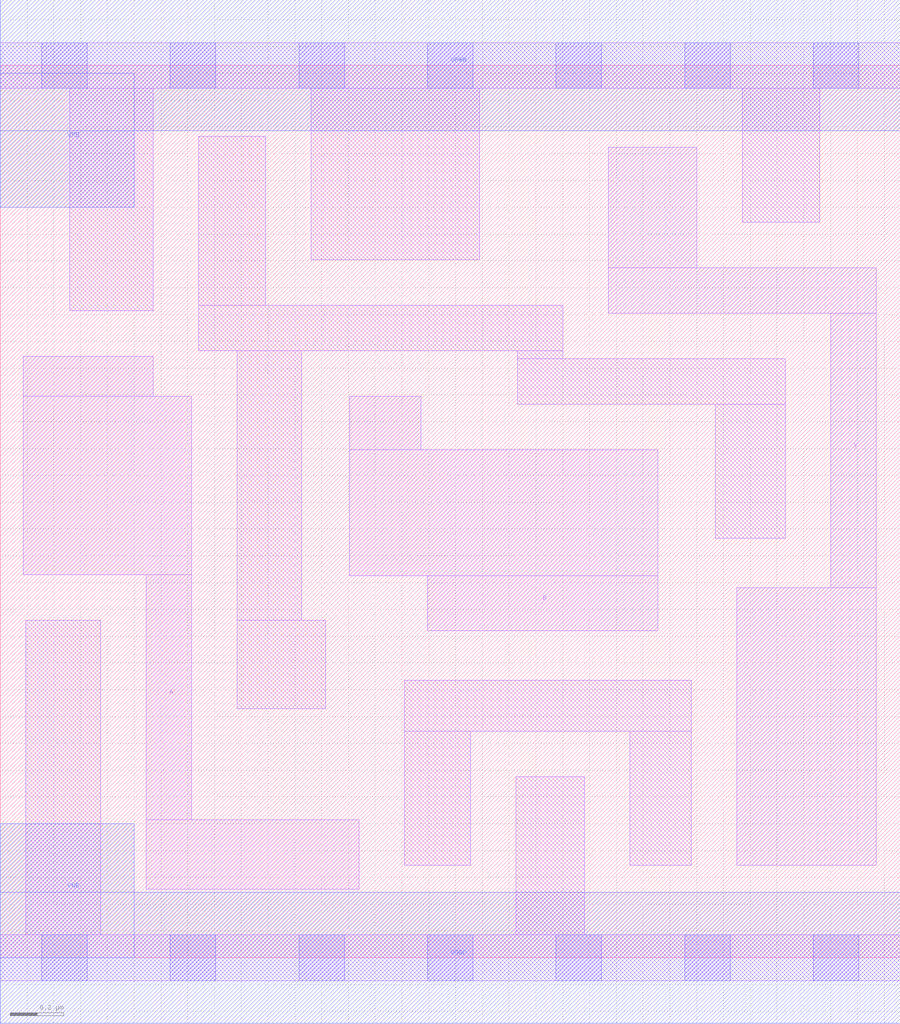
<source format=lef>
# Copyright 2020 The SkyWater PDK Authors
#
# Licensed under the Apache License, Version 2.0 (the "License");
# you may not use this file except in compliance with the License.
# You may obtain a copy of the License at
#
#     https://www.apache.org/licenses/LICENSE-2.0
#
# Unless required by applicable law or agreed to in writing, software
# distributed under the License is distributed on an "AS IS" BASIS,
# WITHOUT WARRANTIES OR CONDITIONS OF ANY KIND, either express or implied.
# See the License for the specific language governing permissions and
# limitations under the License.
#
# SPDX-License-Identifier: Apache-2.0

VERSION 5.5 ;
NAMESCASESENSITIVE ON ;
BUSBITCHARS "[]" ;
DIVIDERCHAR "/" ;
MACRO sky130_fd_sc_lp__xnor2_0
  CLASS CORE ;
  SOURCE USER ;
  ORIGIN  0.000000  0.000000 ;
  SIZE  3.360000 BY  3.330000 ;
  SYMMETRY X Y R90 ;
  SITE unit ;
  PIN A
    ANTENNAGATEAREA  0.318000 ;
    DIRECTION INPUT ;
    USE SIGNAL ;
    PORT
      LAYER li1 ;
        RECT 0.085000 1.430000 0.715000 2.095000 ;
        RECT 0.085000 2.095000 0.570000 2.245000 ;
        RECT 0.545000 0.255000 1.340000 0.515000 ;
        RECT 0.545000 0.515000 0.715000 1.430000 ;
    END
  END A
  PIN B
    ANTENNAGATEAREA  0.318000 ;
    DIRECTION INPUT ;
    USE SIGNAL ;
    PORT
      LAYER li1 ;
        RECT 1.305000 1.425000 2.455000 1.895000 ;
        RECT 1.305000 1.895000 1.570000 2.095000 ;
        RECT 1.595000 1.220000 2.455000 1.425000 ;
    END
  END B
  PIN Y
    ANTENNADIFFAREA  0.303300 ;
    DIRECTION OUTPUT ;
    USE SIGNAL ;
    PORT
      LAYER li1 ;
        RECT 2.270000 2.405000 3.270000 2.575000 ;
        RECT 2.270000 2.575000 2.600000 3.025000 ;
        RECT 2.750000 0.345000 3.270000 1.380000 ;
        RECT 3.100000 1.380000 3.270000 2.405000 ;
    END
  END Y
  PIN VGND
    DIRECTION INOUT ;
    USE GROUND ;
    PORT
      LAYER met1 ;
        RECT 0.000000 -0.245000 3.360000 0.245000 ;
    END
  END VGND
  PIN VNB
    DIRECTION INOUT ;
    USE GROUND ;
    PORT
    END
  END VNB
  PIN VPB
    DIRECTION INOUT ;
    USE POWER ;
    PORT
    END
  END VPB
  PIN VNB
    DIRECTION INOUT ;
    USE GROUND ;
    PORT
      LAYER met1 ;
        RECT 0.000000 0.000000 0.500000 0.500000 ;
    END
  END VNB
  PIN VPB
    DIRECTION INOUT ;
    USE POWER ;
    PORT
      LAYER met1 ;
        RECT 0.000000 2.800000 0.500000 3.300000 ;
    END
  END VPB
  PIN VPWR
    DIRECTION INOUT ;
    USE POWER ;
    PORT
      LAYER met1 ;
        RECT 0.000000 3.085000 3.360000 3.575000 ;
    END
  END VPWR
  OBS
    LAYER li1 ;
      RECT 0.000000 -0.085000 3.360000 0.085000 ;
      RECT 0.000000  3.245000 3.360000 3.415000 ;
      RECT 0.095000  0.085000 0.375000 1.260000 ;
      RECT 0.260000  2.415000 0.570000 3.245000 ;
      RECT 0.740000  2.265000 2.100000 2.435000 ;
      RECT 0.740000  2.435000 0.990000 3.065000 ;
      RECT 0.885000  0.930000 1.215000 1.260000 ;
      RECT 0.885000  1.260000 1.125000 2.265000 ;
      RECT 1.160000  2.605000 1.790000 3.245000 ;
      RECT 1.510000  0.345000 1.755000 0.845000 ;
      RECT 1.510000  0.845000 2.580000 1.035000 ;
      RECT 1.925000  0.085000 2.180000 0.675000 ;
      RECT 1.930000  2.065000 2.930000 2.235000 ;
      RECT 1.930000  2.235000 2.100000 2.265000 ;
      RECT 2.350000  0.345000 2.580000 0.845000 ;
      RECT 2.670000  1.565000 2.930000 2.065000 ;
      RECT 2.770000  2.745000 3.060000 3.245000 ;
    LAYER mcon ;
      RECT 0.155000 -0.085000 0.325000 0.085000 ;
      RECT 0.155000  3.245000 0.325000 3.415000 ;
      RECT 0.635000 -0.085000 0.805000 0.085000 ;
      RECT 0.635000  3.245000 0.805000 3.415000 ;
      RECT 1.115000 -0.085000 1.285000 0.085000 ;
      RECT 1.115000  3.245000 1.285000 3.415000 ;
      RECT 1.595000 -0.085000 1.765000 0.085000 ;
      RECT 1.595000  3.245000 1.765000 3.415000 ;
      RECT 2.075000 -0.085000 2.245000 0.085000 ;
      RECT 2.075000  3.245000 2.245000 3.415000 ;
      RECT 2.555000 -0.085000 2.725000 0.085000 ;
      RECT 2.555000  3.245000 2.725000 3.415000 ;
      RECT 3.035000 -0.085000 3.205000 0.085000 ;
      RECT 3.035000  3.245000 3.205000 3.415000 ;
  END
END sky130_fd_sc_lp__xnor2_0
END LIBRARY

</source>
